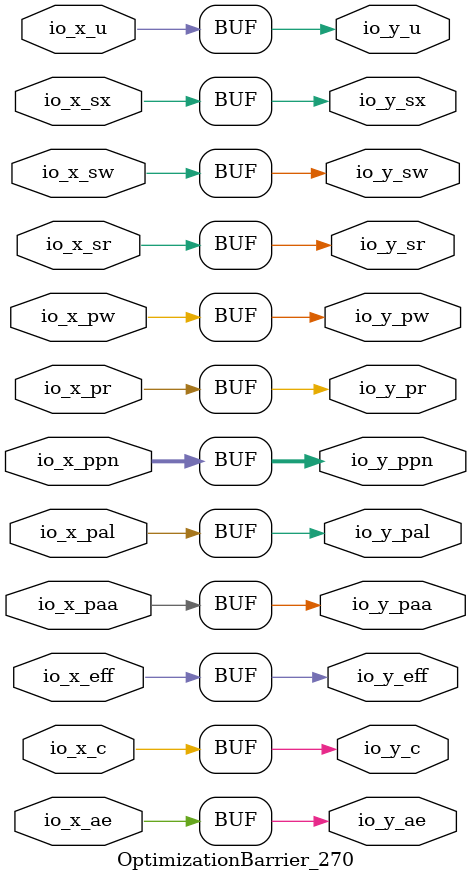
<source format=sv>
`ifndef RANDOMIZE
  `ifdef RANDOMIZE_REG_INIT
    `define RANDOMIZE
  `endif // RANDOMIZE_REG_INIT
`endif // not def RANDOMIZE
`ifndef RANDOMIZE
  `ifdef RANDOMIZE_MEM_INIT
    `define RANDOMIZE
  `endif // RANDOMIZE_MEM_INIT
`endif // not def RANDOMIZE

`ifndef RANDOM
  `define RANDOM $random
`endif // not def RANDOM

// Users can define 'PRINTF_COND' to add an extra gate to prints.
`ifndef PRINTF_COND_
  `ifdef PRINTF_COND
    `define PRINTF_COND_ (`PRINTF_COND)
  `else  // PRINTF_COND
    `define PRINTF_COND_ 1
  `endif // PRINTF_COND
`endif // not def PRINTF_COND_

// Users can define 'ASSERT_VERBOSE_COND' to add an extra gate to assert error printing.
`ifndef ASSERT_VERBOSE_COND_
  `ifdef ASSERT_VERBOSE_COND
    `define ASSERT_VERBOSE_COND_ (`ASSERT_VERBOSE_COND)
  `else  // ASSERT_VERBOSE_COND
    `define ASSERT_VERBOSE_COND_ 1
  `endif // ASSERT_VERBOSE_COND
`endif // not def ASSERT_VERBOSE_COND_

// Users can define 'STOP_COND' to add an extra gate to stop conditions.
`ifndef STOP_COND_
  `ifdef STOP_COND
    `define STOP_COND_ (`STOP_COND)
  `else  // STOP_COND
    `define STOP_COND_ 1
  `endif // STOP_COND
`endif // not def STOP_COND_

// Users can define INIT_RANDOM as general code that gets injected into the
// initializer block for modules with registers.
`ifndef INIT_RANDOM
  `define INIT_RANDOM
`endif // not def INIT_RANDOM

// If using random initialization, you can also define RANDOMIZE_DELAY to
// customize the delay used, otherwise 0.002 is used.
`ifndef RANDOMIZE_DELAY
  `define RANDOMIZE_DELAY 0.002
`endif // not def RANDOMIZE_DELAY

// Define INIT_RANDOM_PROLOG_ for use in our modules below.
`ifndef INIT_RANDOM_PROLOG_
  `ifdef RANDOMIZE
    `ifdef VERILATOR
      `define INIT_RANDOM_PROLOG_ `INIT_RANDOM
    `else  // VERILATOR
      `define INIT_RANDOM_PROLOG_ `INIT_RANDOM #`RANDOMIZE_DELAY begin end
    `endif // VERILATOR
  `else  // RANDOMIZE
    `define INIT_RANDOM_PROLOG_
  `endif // RANDOMIZE
`endif // not def INIT_RANDOM_PROLOG_

// Include register initializers in init blocks unless synthesis is set
`ifndef SYNTHESIS
  `ifndef ENABLE_INITIAL_REG_
    `define ENABLE_INITIAL_REG_
  `endif // not def ENABLE_INITIAL_REG_
`endif // not def SYNTHESIS

// Include rmemory initializers in init blocks unless synthesis is set
`ifndef SYNTHESIS
  `ifndef ENABLE_INITIAL_MEM_
    `define ENABLE_INITIAL_MEM_
  `endif // not def ENABLE_INITIAL_MEM_
`endif // not def SYNTHESIS

module OptimizationBarrier_270(
  input  [19:0] io_x_ppn,
  input         io_x_u,
                io_x_ae,
                io_x_sw,
                io_x_sx,
                io_x_sr,
                io_x_pw,
                io_x_pr,
                io_x_pal,
                io_x_paa,
                io_x_eff,
                io_x_c,
  output [19:0] io_y_ppn,
  output        io_y_u,
                io_y_ae,
                io_y_sw,
                io_y_sx,
                io_y_sr,
                io_y_pw,
                io_y_pr,
                io_y_pal,
                io_y_paa,
                io_y_eff,
                io_y_c
);

  assign io_y_ppn = io_x_ppn;
  assign io_y_u = io_x_u;
  assign io_y_ae = io_x_ae;
  assign io_y_sw = io_x_sw;
  assign io_y_sx = io_x_sx;
  assign io_y_sr = io_x_sr;
  assign io_y_pw = io_x_pw;
  assign io_y_pr = io_x_pr;
  assign io_y_pal = io_x_pal;
  assign io_y_paa = io_x_paa;
  assign io_y_eff = io_x_eff;
  assign io_y_c = io_x_c;
endmodule


</source>
